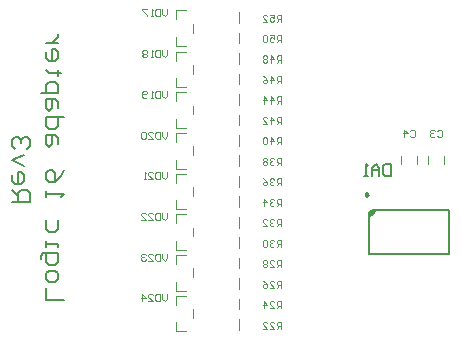
<source format=gbo>
G04*
G04 #@! TF.GenerationSoftware,Altium Limited,Altium Designer,19.1.5 (86)*
G04*
G04 Layer_Color=32896*
%FSLAX25Y25*%
%MOIN*%
G70*
G01*
G75*
%ADD10C,0.00984*%
%ADD12C,0.00787*%
%ADD13C,0.00394*%
%ADD14C,0.00591*%
%ADD15C,0.00315*%
G36*
X126870Y45287D02*
X126575Y44106D01*
X127165D01*
X128346Y45287D01*
Y46075D01*
X126870Y45287D01*
D02*
G37*
D10*
X126083Y51193D02*
X125345Y51619D01*
Y50767D01*
X126083Y51193D01*
D12*
X126575Y44106D02*
X127461Y44344D01*
X128109Y44992D01*
X128346Y45878D01*
X126575Y31508D02*
Y45189D01*
X127461Y46075D01*
X152953D01*
X128346Y45878D02*
Y46075D01*
X152953Y31508D02*
Y46075D01*
X126575Y31508D02*
X152953D01*
X7480Y48819D02*
X13384D01*
Y51771D01*
X12400Y52755D01*
X10432D01*
X9448Y51771D01*
Y48819D01*
Y50787D02*
X7480Y52755D01*
Y57674D02*
Y55706D01*
X8464Y54722D01*
X10432D01*
X11416Y55706D01*
Y57674D01*
X10432Y58658D01*
X9448D01*
Y54722D01*
X11416Y60626D02*
X7480Y62594D01*
X11416Y64562D01*
X12400Y66530D02*
X13384Y67514D01*
Y69481D01*
X12400Y70465D01*
X11416D01*
X10432Y69481D01*
Y68498D01*
Y69481D01*
X9448Y70465D01*
X8464D01*
X7480Y69481D01*
Y67514D01*
X8464Y66530D01*
X24801Y16059D02*
X18898D01*
Y19995D01*
Y22947D02*
Y24915D01*
X19882Y25899D01*
X21849D01*
X22833Y24915D01*
Y22947D01*
X21849Y21963D01*
X19882D01*
X18898Y22947D01*
X16930Y29834D02*
Y30818D01*
X17914Y31802D01*
X22833D01*
Y28850D01*
X21849Y27867D01*
X19882D01*
X18898Y28850D01*
Y31802D01*
Y33770D02*
Y35738D01*
Y34754D01*
X22833D01*
Y33770D01*
Y42626D02*
Y39674D01*
X21849Y38690D01*
X19882D01*
X18898Y39674D01*
Y42626D01*
Y50497D02*
Y52465D01*
Y51481D01*
X24801D01*
X23817Y50497D01*
X24801Y59352D02*
X23817Y57385D01*
X21849Y55417D01*
X19882D01*
X18898Y56401D01*
Y58368D01*
X19882Y59352D01*
X20865D01*
X21849Y58368D01*
Y55417D01*
X22833Y68208D02*
Y70176D01*
X21849Y71160D01*
X18898D01*
Y68208D01*
X19882Y67224D01*
X20865Y68208D01*
Y71160D01*
X24801Y77063D02*
X18898D01*
Y74111D01*
X19882Y73128D01*
X21849D01*
X22833Y74111D01*
Y77063D01*
Y80015D02*
Y81983D01*
X21849Y82967D01*
X18898D01*
Y80015D01*
X19882Y79031D01*
X20865Y80015D01*
Y82967D01*
X16930Y84935D02*
X22833D01*
Y87887D01*
X21849Y88871D01*
X19882D01*
X18898Y87887D01*
Y84935D01*
X23817Y91822D02*
X22833D01*
Y90838D01*
Y92806D01*
Y91822D01*
X19882D01*
X18898Y92806D01*
Y98710D02*
Y96742D01*
X19882Y95758D01*
X21849D01*
X22833Y96742D01*
Y98710D01*
X21849Y99694D01*
X20865D01*
Y95758D01*
X22833Y101662D02*
X18898D01*
X20865D01*
X21849Y102646D01*
X22833Y103630D01*
Y104613D01*
D13*
X62205Y5630D02*
Y8622D01*
Y14567D02*
Y17559D01*
X65354D01*
X67716Y13091D02*
X67716Y10138D01*
X62205Y5630D02*
X65551D01*
X83071Y108465D02*
Y112008D01*
X137008Y61508D02*
Y64067D01*
X142520Y61508D02*
Y64067D01*
X62205Y100709D02*
X65551D01*
X67716Y108169D02*
X67716Y105217D01*
X62205Y112638D02*
X65354D01*
X62205Y109646D02*
Y112638D01*
Y100709D02*
Y103701D01*
Y86957D02*
Y89950D01*
Y95894D02*
Y98887D01*
X65354D01*
X67716Y94418D02*
X67716Y91465D01*
X62205Y86957D02*
X65551D01*
X62205Y73403D02*
X65551D01*
X67716Y80863D02*
X67716Y77911D01*
X62205Y85332D02*
X65354D01*
X62205Y82340D02*
Y85332D01*
Y73403D02*
Y76395D01*
Y59848D02*
Y62840D01*
Y68785D02*
Y71777D01*
X65354D01*
X67716Y67309D02*
X67716Y64356D01*
X62205Y59848D02*
X65551D01*
X62205Y46294D02*
X65551D01*
X67716Y53754D02*
X67716Y50802D01*
X62205Y58223D02*
X65354D01*
X62205Y55231D02*
Y58223D01*
Y46294D02*
Y49286D01*
Y32739D02*
Y35731D01*
Y41676D02*
Y44668D01*
X65354D01*
X67716Y40200D02*
X67716Y37247D01*
X62205Y32739D02*
X65551D01*
X62205Y19185D02*
X65551D01*
X67716Y26645D02*
X67716Y23693D01*
X62205Y31114D02*
X65354D01*
X62205Y28122D02*
Y31114D01*
Y19185D02*
Y22177D01*
X151575Y61508D02*
Y64067D01*
X146063Y61508D02*
Y64067D01*
X83071Y6103D02*
Y9646D01*
Y12927D02*
Y16470D01*
Y19751D02*
Y23294D01*
Y26575D02*
Y30118D01*
Y33399D02*
Y36942D01*
Y40223D02*
Y43767D01*
Y47047D02*
Y50591D01*
Y53872D02*
Y57415D01*
Y60696D02*
Y64239D01*
Y67520D02*
Y71063D01*
Y74344D02*
Y77887D01*
Y81168D02*
Y84711D01*
Y87992D02*
Y91536D01*
Y94816D02*
Y98360D01*
Y101641D02*
Y105184D01*
X59153Y17996D02*
Y16421D01*
X58366Y15634D01*
X57579Y16421D01*
Y17996D01*
X56792D02*
Y15634D01*
X55611D01*
X55218Y16028D01*
Y17602D01*
X55611Y17996D01*
X56792D01*
X52856Y15634D02*
X54431D01*
X52856Y17209D01*
Y17602D01*
X53250Y17996D01*
X54037D01*
X54431Y17602D01*
X50889Y15634D02*
Y17996D01*
X52069Y16815D01*
X50495D01*
X140158Y72440D02*
X140552Y72834D01*
X141339D01*
X141732Y72440D01*
Y70866D01*
X141339Y70472D01*
X140552D01*
X140158Y70866D01*
X138190Y70472D02*
Y72834D01*
X139371Y71653D01*
X137797D01*
X149213Y72440D02*
X149607Y72834D01*
X150394D01*
X150787Y72440D01*
Y70866D01*
X150394Y70472D01*
X149607D01*
X149213Y70866D01*
X148426Y72440D02*
X148032Y72834D01*
X147245D01*
X146852Y72440D01*
Y72047D01*
X147245Y71653D01*
X147639D01*
X147245D01*
X146852Y71259D01*
Y70866D01*
X147245Y70472D01*
X148032D01*
X148426Y70866D01*
X59153Y113074D02*
Y111500D01*
X58366Y110713D01*
X57579Y111500D01*
Y113074D01*
X56792D02*
Y110713D01*
X55611D01*
X55218Y111107D01*
Y112681D01*
X55611Y113074D01*
X56792D01*
X54431Y110713D02*
X53644D01*
X54037D01*
Y113074D01*
X54431Y112681D01*
X52463Y113074D02*
X50889D01*
Y112681D01*
X52463Y111107D01*
Y110713D01*
X59153Y99323D02*
Y97749D01*
X58366Y96961D01*
X57579Y97749D01*
Y99323D01*
X56792D02*
Y96961D01*
X55611D01*
X55218Y97355D01*
Y98929D01*
X55611Y99323D01*
X56792D01*
X54431Y96961D02*
X53644D01*
X54037D01*
Y99323D01*
X54431Y98929D01*
X52463D02*
X52069Y99323D01*
X51282D01*
X50889Y98929D01*
Y98536D01*
X51282Y98142D01*
X50889Y97749D01*
Y97355D01*
X51282Y96961D01*
X52069D01*
X52463Y97355D01*
Y97749D01*
X52069Y98142D01*
X52463Y98536D01*
Y98929D01*
X52069Y98142D02*
X51282D01*
X59153Y85768D02*
Y84194D01*
X58366Y83407D01*
X57579Y84194D01*
Y85768D01*
X56792D02*
Y83407D01*
X55611D01*
X55218Y83801D01*
Y85375D01*
X55611Y85768D01*
X56792D01*
X54431Y83407D02*
X53644D01*
X54037D01*
Y85768D01*
X54431Y85375D01*
X52463Y83801D02*
X52069Y83407D01*
X51282D01*
X50889Y83801D01*
Y85375D01*
X51282Y85768D01*
X52069D01*
X52463Y85375D01*
Y84981D01*
X52069Y84588D01*
X50889D01*
X59153Y72214D02*
Y70640D01*
X58366Y69852D01*
X57579Y70640D01*
Y72214D01*
X56792D02*
Y69852D01*
X55611D01*
X55218Y70246D01*
Y71820D01*
X55611Y72214D01*
X56792D01*
X52856Y69852D02*
X54431D01*
X52856Y71427D01*
Y71820D01*
X53250Y72214D01*
X54037D01*
X54431Y71820D01*
X52069D02*
X51676Y72214D01*
X50889D01*
X50495Y71820D01*
Y70246D01*
X50889Y69852D01*
X51676D01*
X52069Y70246D01*
Y71820D01*
X59153Y58659D02*
Y57085D01*
X58366Y56298D01*
X57579Y57085D01*
Y58659D01*
X56792D02*
Y56298D01*
X55611D01*
X55218Y56691D01*
Y58266D01*
X55611Y58659D01*
X56792D01*
X52856Y56298D02*
X54431D01*
X52856Y57872D01*
Y58266D01*
X53250Y58659D01*
X54037D01*
X54431Y58266D01*
X52069Y56298D02*
X51282D01*
X51676D01*
Y58659D01*
X52069Y58266D01*
X59153Y45105D02*
Y43530D01*
X58366Y42743D01*
X57579Y43530D01*
Y45105D01*
X56792D02*
Y42743D01*
X55611D01*
X55218Y43137D01*
Y44711D01*
X55611Y45105D01*
X56792D01*
X52856Y42743D02*
X54431D01*
X52856Y44318D01*
Y44711D01*
X53250Y45105D01*
X54037D01*
X54431Y44711D01*
X50495Y42743D02*
X52069D01*
X50495Y44318D01*
Y44711D01*
X50889Y45105D01*
X51676D01*
X52069Y44711D01*
X59153Y31550D02*
Y29976D01*
X58366Y29189D01*
X57579Y29976D01*
Y31550D01*
X56792D02*
Y29189D01*
X55611D01*
X55218Y29582D01*
Y31157D01*
X55611Y31550D01*
X56792D01*
X52856Y29189D02*
X54431D01*
X52856Y30763D01*
Y31157D01*
X53250Y31550D01*
X54037D01*
X54431Y31157D01*
X52069D02*
X51676Y31550D01*
X50889D01*
X50495Y31157D01*
Y30763D01*
X50889Y30369D01*
X51282D01*
X50889D01*
X50495Y29976D01*
Y29582D01*
X50889Y29189D01*
X51676D01*
X52069Y29582D01*
D14*
X133858Y61416D02*
Y57480D01*
X131890D01*
X131234Y58136D01*
Y60760D01*
X131890Y61416D01*
X133858D01*
X129922Y57480D02*
Y60104D01*
X128611Y61416D01*
X127299Y60104D01*
Y57480D01*
Y59448D01*
X129922D01*
X125987Y57480D02*
X124675D01*
X125331D01*
Y61416D01*
X125987Y60760D01*
D15*
X97244Y108859D02*
Y111220D01*
X96063D01*
X95670Y110826D01*
Y110039D01*
X96063Y109646D01*
X97244D01*
X96457D02*
X95670Y108859D01*
X93308Y111220D02*
X94883D01*
Y110039D01*
X94095Y110433D01*
X93702D01*
X93308Y110039D01*
Y109252D01*
X93702Y108859D01*
X94489D01*
X94883Y109252D01*
X90947Y108859D02*
X92521D01*
X90947Y110433D01*
Y110826D01*
X91341Y111220D01*
X92128D01*
X92521Y110826D01*
X97244Y6496D02*
Y8858D01*
X96063D01*
X95670Y8464D01*
Y7677D01*
X96063Y7283D01*
X97244D01*
X96457D02*
X95670Y6496D01*
X93308D02*
X94883D01*
X93308Y8071D01*
Y8464D01*
X93702Y8858D01*
X94489D01*
X94883Y8464D01*
X90947Y6496D02*
X92521D01*
X90947Y8071D01*
Y8464D01*
X91341Y8858D01*
X92128D01*
X92521Y8464D01*
X97244Y13320D02*
Y15682D01*
X96063D01*
X95670Y15288D01*
Y14501D01*
X96063Y14108D01*
X97244D01*
X96457D02*
X95670Y13320D01*
X93308D02*
X94883D01*
X93308Y14895D01*
Y15288D01*
X93702Y15682D01*
X94489D01*
X94883Y15288D01*
X91341Y13320D02*
Y15682D01*
X92521Y14501D01*
X90947D01*
X97244Y20145D02*
Y22506D01*
X96063D01*
X95670Y22113D01*
Y21325D01*
X96063Y20932D01*
X97244D01*
X96457D02*
X95670Y20145D01*
X93308D02*
X94883D01*
X93308Y21719D01*
Y22113D01*
X93702Y22506D01*
X94489D01*
X94883Y22113D01*
X90947Y22506D02*
X91734Y22113D01*
X92521Y21325D01*
Y20538D01*
X92128Y20145D01*
X91341D01*
X90947Y20538D01*
Y20932D01*
X91341Y21325D01*
X92521D01*
X97244Y26969D02*
Y29330D01*
X96063D01*
X95670Y28937D01*
Y28150D01*
X96063Y27756D01*
X97244D01*
X96457D02*
X95670Y26969D01*
X93308D02*
X94883D01*
X93308Y28543D01*
Y28937D01*
X93702Y29330D01*
X94489D01*
X94883Y28937D01*
X92521D02*
X92128Y29330D01*
X91341D01*
X90947Y28937D01*
Y28543D01*
X91341Y28150D01*
X90947Y27756D01*
Y27362D01*
X91341Y26969D01*
X92128D01*
X92521Y27362D01*
Y27756D01*
X92128Y28150D01*
X92521Y28543D01*
Y28937D01*
X92128Y28150D02*
X91341D01*
X97244Y33793D02*
Y36154D01*
X96063D01*
X95670Y35761D01*
Y34974D01*
X96063Y34580D01*
X97244D01*
X96457D02*
X95670Y33793D01*
X94883Y35761D02*
X94489Y36154D01*
X93702D01*
X93308Y35761D01*
Y35367D01*
X93702Y34974D01*
X94095D01*
X93702D01*
X93308Y34580D01*
Y34187D01*
X93702Y33793D01*
X94489D01*
X94883Y34187D01*
X92521Y35761D02*
X92128Y36154D01*
X91341D01*
X90947Y35761D01*
Y34187D01*
X91341Y33793D01*
X92128D01*
X92521Y34187D01*
Y35761D01*
X97244Y40617D02*
Y42979D01*
X96063D01*
X95670Y42585D01*
Y41798D01*
X96063Y41404D01*
X97244D01*
X96457D02*
X95670Y40617D01*
X94883Y42585D02*
X94489Y42979D01*
X93702D01*
X93308Y42585D01*
Y42191D01*
X93702Y41798D01*
X94095D01*
X93702D01*
X93308Y41404D01*
Y41011D01*
X93702Y40617D01*
X94489D01*
X94883Y41011D01*
X90947Y40617D02*
X92521D01*
X90947Y42191D01*
Y42585D01*
X91341Y42979D01*
X92128D01*
X92521Y42585D01*
X97244Y47441D02*
Y49803D01*
X96063D01*
X95670Y49409D01*
Y48622D01*
X96063Y48228D01*
X97244D01*
X96457D02*
X95670Y47441D01*
X94883Y49409D02*
X94489Y49803D01*
X93702D01*
X93308Y49409D01*
Y49016D01*
X93702Y48622D01*
X94095D01*
X93702D01*
X93308Y48228D01*
Y47835D01*
X93702Y47441D01*
X94489D01*
X94883Y47835D01*
X91341Y47441D02*
Y49803D01*
X92521Y48622D01*
X90947D01*
X97244Y54265D02*
Y56627D01*
X96063D01*
X95670Y56233D01*
Y55446D01*
X96063Y55053D01*
X97244D01*
X96457D02*
X95670Y54265D01*
X94883Y56233D02*
X94489Y56627D01*
X93702D01*
X93308Y56233D01*
Y55840D01*
X93702Y55446D01*
X94095D01*
X93702D01*
X93308Y55053D01*
Y54659D01*
X93702Y54265D01*
X94489D01*
X94883Y54659D01*
X90947Y56627D02*
X91734Y56233D01*
X92521Y55446D01*
Y54659D01*
X92128Y54265D01*
X91341D01*
X90947Y54659D01*
Y55053D01*
X91341Y55446D01*
X92521D01*
X97244Y61089D02*
Y63451D01*
X96063D01*
X95670Y63057D01*
Y62270D01*
X96063Y61877D01*
X97244D01*
X96457D02*
X95670Y61089D01*
X94883Y63057D02*
X94489Y63451D01*
X93702D01*
X93308Y63057D01*
Y62664D01*
X93702Y62270D01*
X94095D01*
X93702D01*
X93308Y61877D01*
Y61483D01*
X93702Y61089D01*
X94489D01*
X94883Y61483D01*
X92521Y63057D02*
X92128Y63451D01*
X91341D01*
X90947Y63057D01*
Y62664D01*
X91341Y62270D01*
X90947Y61877D01*
Y61483D01*
X91341Y61089D01*
X92128D01*
X92521Y61483D01*
Y61877D01*
X92128Y62270D01*
X92521Y62664D01*
Y63057D01*
X92128Y62270D02*
X91341D01*
X97244Y67914D02*
Y70275D01*
X96063D01*
X95670Y69881D01*
Y69094D01*
X96063Y68701D01*
X97244D01*
X96457D02*
X95670Y67914D01*
X93702D02*
Y70275D01*
X94883Y69094D01*
X93308D01*
X92521Y69881D02*
X92128Y70275D01*
X91341D01*
X90947Y69881D01*
Y68307D01*
X91341Y67914D01*
X92128D01*
X92521Y68307D01*
Y69881D01*
X97244Y74738D02*
Y77099D01*
X96063D01*
X95670Y76706D01*
Y75919D01*
X96063Y75525D01*
X97244D01*
X96457D02*
X95670Y74738D01*
X93702D02*
Y77099D01*
X94883Y75919D01*
X93308D01*
X90947Y74738D02*
X92521D01*
X90947Y76312D01*
Y76706D01*
X91341Y77099D01*
X92128D01*
X92521Y76706D01*
X97244Y81562D02*
Y83923D01*
X96063D01*
X95670Y83530D01*
Y82743D01*
X96063Y82349D01*
X97244D01*
X96457D02*
X95670Y81562D01*
X93702D02*
Y83923D01*
X94883Y82743D01*
X93308D01*
X91341Y81562D02*
Y83923D01*
X92521Y82743D01*
X90947D01*
X97244Y88386D02*
Y90747D01*
X96063D01*
X95670Y90354D01*
Y89567D01*
X96063Y89173D01*
X97244D01*
X96457D02*
X95670Y88386D01*
X93702D02*
Y90747D01*
X94883Y89567D01*
X93308D01*
X90947Y90747D02*
X91734Y90354D01*
X92521Y89567D01*
Y88780D01*
X92128Y88386D01*
X91341D01*
X90947Y88780D01*
Y89173D01*
X91341Y89567D01*
X92521D01*
X97244Y95210D02*
Y97572D01*
X96063D01*
X95670Y97178D01*
Y96391D01*
X96063Y95997D01*
X97244D01*
X96457D02*
X95670Y95210D01*
X93702D02*
Y97572D01*
X94883Y96391D01*
X93308D01*
X92521Y97178D02*
X92128Y97572D01*
X91341D01*
X90947Y97178D01*
Y96785D01*
X91341Y96391D01*
X90947Y95997D01*
Y95604D01*
X91341Y95210D01*
X92128D01*
X92521Y95604D01*
Y95997D01*
X92128Y96391D01*
X92521Y96785D01*
Y97178D01*
X92128Y96391D02*
X91341D01*
X97244Y102034D02*
Y104396D01*
X96063D01*
X95670Y104002D01*
Y103215D01*
X96063Y102822D01*
X97244D01*
X96457D02*
X95670Y102034D01*
X93308Y104396D02*
X94883D01*
Y103215D01*
X94095Y103609D01*
X93702D01*
X93308Y103215D01*
Y102428D01*
X93702Y102034D01*
X94489D01*
X94883Y102428D01*
X92521Y104002D02*
X92128Y104396D01*
X91341D01*
X90947Y104002D01*
Y102428D01*
X91341Y102034D01*
X92128D01*
X92521Y102428D01*
Y104002D01*
M02*

</source>
